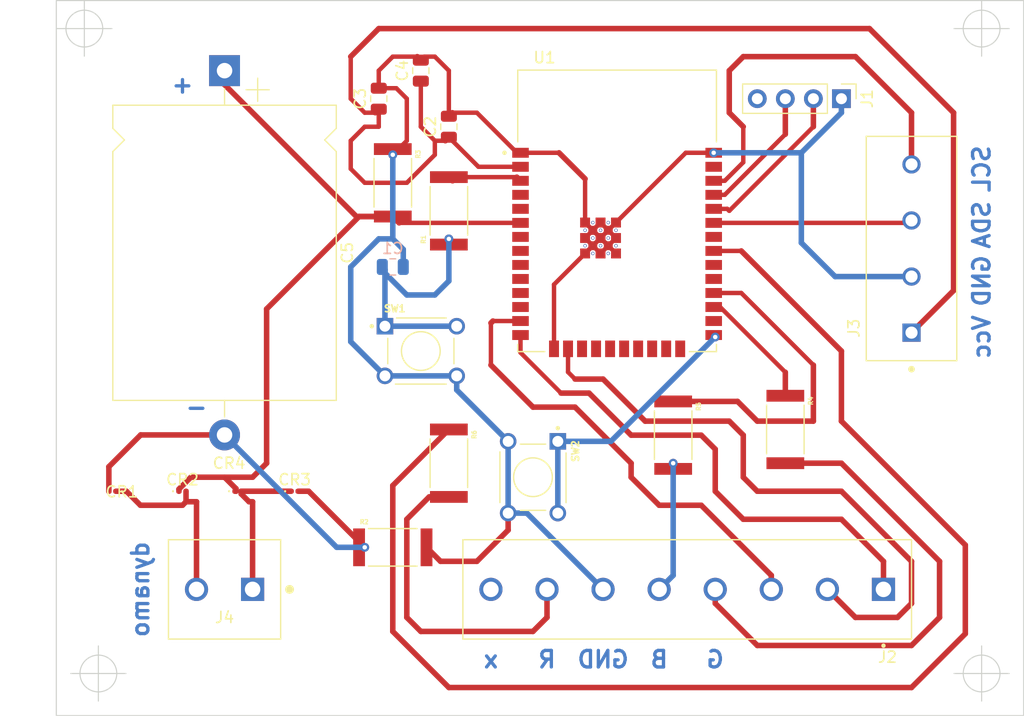
<source format=kicad_pcb>
(kicad_pcb (version 20211014) (generator pcbnew)
  (layers (0 "F.Cu" signal) (31 "B.Cu" signal) (34 "B.Paste" user) (35 "F.Paste" user) (36 "B.SilkS" user "B.Silkscreen") (37 "F.SilkS" user "F.Silkscreen") (38 "B.Mask" user) (39 "F.Mask" user) (44 "Edge.Cuts" user))
  (net 0 "")
  (net 1 "GND")
  (net 2 "Net-(C1-Pad2)")
  (net 3 "Voeding")
  (net 4 "Net-(C5-Pad1)")
  (net 5 "Net-(C5-Pad2)")
  (net 6 "Net-(J4-Pad2)")
  (net 7 "Net-(J4-Pad1)")
  (net 8 "Net-(J1-Pad2)")
  (net 9 "Net-(J1-Pad3)")
  (net 10 "+3V3")
  (net 11 "Net-(U1-Pad14)")
  (net 12 "Net-(U1-Pad16)")
  (net 13 "Net-(U1-Pad13)")
  (net 14 "Net-(J2-Pad4)")
  (net 15 "Net-(J2-Pad5)")
  (net 16 "Net-(J2-Pad7)")
  (net 18 "Net-(U1-Pad33)")
  (net 19 "Net-(U1-Pad36)")
  (net 20 "Net-(R1-Pad2)")
  (net 21 "Net-(U1-Pad27)")
  (net 22 "Net-(U1-Pad28)")
  (net 23 "Net-(U1-Pad31)")
  (net 24 "Net-(SW2-Pad1)")
  (footprint "Diode_SMD:D_0201_0603Metric" (layer "F.Cu") (at 127 68.58 180)
    (fp_text reference "CR1" (at -0.86 -0.05) (layer "F.SilkS"))
    (fp_text value "1N4148W-TP")
    (fp_circle (center -0.86 0) (end -0.81 0) (layer "F.SilkS") (width 0.1) (fill none))
    (pad "1" smd roundrect (at -0.32 0 180) (size 0.46 0.4) (layers "F.Cu" "F.Mask") (net 6 "Net-(J4-Pad2)"))
    (pad "2" smd roundrect (at 0.32 0 180) (size 0.46 0.4) (layers "F.Cu" "F.Mask") (net 5 "Net-(C5-Pad2)"))
  )
  (footprint "282837-4:TE_282837-4" (layer "F.Cu") (at 199.39 54.2125 90)
    (fp_text reference "J3" (at 0.4057 -5.22403 90) (layer "F.SilkS") (effects (font (size 1.001732 1.001732))))
    (fp_text value "282837-4")
    (fp_line (start 17.78 4.1) (end -2.54 4.1) (layer "F.SilkS") (width 0.127))
    (fp_line (start -2.54 4.1) (end -2.54 -4.1) (layer "F.SilkS") (width 0.127))
    (fp_line (start 17.78 -4.1) (end 17.78 4.1) (layer "F.SilkS") (width 0.127))
    (fp_line (start -2.54 -4.1) (end 17.78 -4.1) (layer "F.SilkS") (width 0.127))
    (fp_circle (center -3.31 0) (end -3.16 0) (layer "F.SilkS") (width 0.3) (fill none))
    (pad "1" thru_hole rect locked (at 0 0 90) (size 1.65 1.65) (drill 1.1) (layers *.Cu *.Mask) (net 3 "Voeding"))
    (pad "2" thru_hole circle locked (at 5.08 0 90) (size 1.65 1.65) (drill 1.1) (layers *.Cu *.Mask) (net 1 "GND"))
    (pad "3" thru_hole circle locked (at 10.16 0 90) (size 1.65 1.65) (drill 1.1) (layers *.Cu *.Mask) (net 18 "Net-(U1-Pad33)"))
    (pad "4" thru_hole circle locked (at 15.24 0 90) (size 1.65 1.65) (drill 1.1) (layers *.Cu *.Mask) (net 19 "Net-(U1-Pad36)"))
  )
  (footprint "libraries:RESC6332X65N" (layer "F.Cu") (at 157.48 43.18 90)
    (fp_text reference "R1" (at -2.59 -2.3 90) (layer "F.SilkS") (effects (font (size 0.393701 0.393701))))
    (fp_text value "10k")
    (fp_line (start -2.2 -1.7) (end 2.2 -1.7) (layer "F.SilkS") (width 0.127))
    (fp_line (start -2.2 1.7) (end 2.2 1.7) (layer "F.SilkS") (width 0.127))
    (pad "1" smd rect locked (at -3.055 0 90) (size 1.07 3.42) (layers "F.Cu" "F.Paste" "F.Mask") (net 2 "Net-(C1-Pad2)"))
    (pad "2" smd rect locked (at 3.055 0 90) (size 1.07 3.42) (layers "F.Cu" "F.Paste" "F.Mask") (net 20 "Net-(R1-Pad2)"))
  )
  (footprint "libraries:RESC6332X65N" (layer "F.Cu") (at 157.48 66.04 -90)
    (fp_text reference "R6" (at -2.59 -2.3 90) (layer "F.SilkS") (effects (font (size 0.393701 0.393701))))
    (fp_text value "82")
    (fp_line (start -2.2 -1.7) (end 2.2 -1.7) (layer "F.SilkS") (width 0.127))
    (fp_line (start -2.2 1.7) (end 2.2 1.7) (layer "F.SilkS") (width 0.127))
    (pad "1" smd rect locked (at -3.055 0 270) (size 1.07 3.42) (layers "F.Cu" "F.Paste" "F.Mask") (net 23 "Net-(U1-Pad31)"))
    (pad "2" smd rect locked (at 3.055 0 270) (size 1.07 3.42) (layers "F.Cu" "F.Paste" "F.Mask") (net 16 "Net-(J2-Pad7)"))
  )
  (footprint "Capacitor_SMD:C_0805_2012Metric" (layer "F.Cu") (at 157.48 35.56 90)
    (fp_text reference "C2" (at 0 -1.68 90) (layer "F.SilkS"))
    (fp_text value "220u")
    (fp_line (start -0.261252 0.735) (end 0.261252 0.735) (layer "F.SilkS") (width 0.12))
    (fp_line (start -0.261252 -0.735) (end 0.261252 -0.735) (layer "F.SilkS") (width 0.12))
    (pad "1" smd roundrect (at -0.95 0 90) (size 1 1.45) (layers "F.Cu" "F.Paste" "F.Mask") (net 3 "Voeding"))
    (pad "2" smd roundrect (at 0.95 0 90) (size 1 1.45) (layers "F.Cu" "F.Paste" "F.Mask") (net 1 "GND"))
  )
  (footprint "Capacitor_THT:CP_Axial_L26.5mm_D20.0mm_P33.00mm_Horizontal" (layer "F.Cu") (at 137.16 30.48 -90)
    (fp_text reference "C5" (at 16.5 -11.12 90) (layer "F.SilkS"))
    (fp_text value "1000µ")
    (fp_line (start 5.23 -10.12) (end 6.28 -9.07) (layer "F.SilkS") (width 0.12))
    (fp_line (start 1.64 0) (end 3.13 0) (layer "F.SilkS") (width 0.12))
    (fp_line (start 1.73 -4.05) (end 1.73 -1.95) (layer "F.SilkS") (width 0.12))
    (fp_line (start 31.36 0) (end 29.87 0) (layer "F.SilkS") (width 0.12))
    (fp_line (start 0.68 -3) (end 2.78 -3) (layer "F.SilkS") (width 0.12))
    (fp_line (start 3.13 10.12) (end 5.23 10.12) (layer "F.SilkS") (width 0.12))
    (fp_line (start 29.87 -10.12) (end 29.87 10.12) (layer "F.SilkS") (width 0.12))
    (fp_line (start 3.13 -10.12) (end 5.23 -10.12) (layer "F.SilkS") (width 0.12))
    (fp_line (start 7.33 10.12) (end 29.87 10.12) (layer "F.SilkS") (width 0.12))
    (fp_line (start 7.33 -10.12) (end 29.87 -10.12) (layer "F.SilkS") (width 0.12))
    (fp_line (start 6.28 -9.07) (end 7.33 -10.12) (layer "F.SilkS") (width 0.12))
    (fp_line (start 3.13 -10.12) (end 3.13 10.12) (layer "F.SilkS") (width 0.12))
    (fp_line (start 6.28 9.07) (end 7.33 10.12) (layer "F.SilkS") (width 0.12))
    (fp_line (start 5.23 10.12) (end 6.28 9.07) (layer "F.SilkS") (width 0.12))
    (pad "1" thru_hole rect (at 0 0 270) (size 2.8 2.8) (drill 1.4) (layers *.Cu *.Mask) (net 4 "Net-(C5-Pad1)"))
    (pad "2" thru_hole oval (at 33 0 270) (size 2.8 2.8) (drill 1.4) (layers *.Cu *.Mask) (net 5 "Net-(C5-Pad2)"))
  )
  (footprint "libraries:TE_282841-2" (layer "F.Cu") (at 137.16 77.47 180)
    (fp_text reference "J4" (at 0 -2.54) (layer "F.SilkS") (effects (font (size 1.000984 1.000984))))
    (fp_text value "282841-2")
    (fp_line (start -5.08 -4.5) (end -5.08 4.5) (layer "F.SilkS") (width 0.127))
    (fp_line (start 5.08 -4.5) (end -5.08 -4.5) (layer "F.SilkS") (width 0.127))
    (fp_line (start 5.08 4.5) (end 5.08 -4.5) (layer "F.SilkS") (width 0.127))
    (fp_line (start -5.08 4.5) (end 5.08 4.5) (layer "F.SilkS") (width 0.127))
    (fp_circle (center -5.89 0) (end -5.69 0) (layer "F.SilkS") (width 0.4) (fill none))
    (pad "1" thru_hole rect locked (at -2.54 0 180) (size 2.1 2.1) (drill 1.4) (layers *.Cu *.Mask) (net 7 "Net-(J4-Pad1)"))
    (pad "2" thru_hole circle locked (at 2.54 0 180) (size 2.1 2.1) (drill 1.4) (layers *.Cu *.Mask) (net 6 "Net-(J4-Pad2)"))
  )
  (footprint "Diode_SMD:D_0201_0603Metric" (layer "F.Cu") (at 138.43 68.58)
    (fp_text reference "CR4" (at -0.86 -2.54) (layer "F.SilkS"))
    (fp_text value "1N4148W-TP")
    (fp_circle (center -0.86 0) (end -0.81 0) (layer "F.SilkS") (width 0.1) (fill none))
    (pad "1" smd roundrect (at -0.32 0) (size 0.46 0.4) (layers "F.Cu" "F.Mask") (net 4 "Net-(C5-Pad1)"))
    (pad "2" smd roundrect (at 0.32 0) (size 0.46 0.4) (layers "F.Cu" "F.Mask") (net 7 "Net-(J4-Pad1)"))
  )
  (footprint "Capacitor_SMD:C_0805_2012Metric" (layer "F.Cu") (at 151.13 33.02 90)
    (fp_text reference "C3" (at 0 -1.68 90) (layer "F.SilkS"))
    (fp_text value "22u")
    (fp_line (start -0.261252 0.735) (end 0.261252 0.735) (layer "F.SilkS") (width 0.12))
    (fp_line (start -0.261252 -0.735) (end 0.261252 -0.735) (layer "F.SilkS") (width 0.12))
    (pad "1" smd roundrect (at -0.95 0 90) (size 1 1.45) (layers "F.Cu" "F.Paste" "F.Mask") (net 3 "Voeding"))
    (pad "2" smd roundrect (at 0.95 0 90) (size 1 1.45) (layers "F.Cu" "F.Paste" "F.Mask") (net 1 "GND"))
  )
  (footprint "Capacitor_SMD:C_0805_2012Metric" (layer "F.Cu") (at 154.94 30.48 90)
    (fp_text reference "C4" (at 0 -1.68 90) (layer "F.SilkS"))
    (fp_text value "0.1u")
    (fp_line (start -0.261252 -0.735) (end 0.261252 -0.735) (layer "F.SilkS") (width 0.12))
    (fp_line (start -0.261252 0.735) (end 0.261252 0.735) (layer "F.SilkS") (width 0.12))
    (pad "1" smd roundrect (at -0.95 0 90) (size 1 1.45) (layers "F.Cu" "F.Paste" "F.Mask") (net 3 "Voeding"))
    (pad "2" smd roundrect (at 0.95 0 90) (size 1 1.45) (layers "F.Cu" "F.Paste" "F.Mask") (net 1 "GND"))
  )
  (footprint "libraries:RESC6332X65N" (layer "F.Cu") (at 177.8 63.5 -90)
    (fp_text reference "R5" (at -2.59 -2.3 90) (layer "F.SilkS") (effects (font (size 0.393701 0.393701))))
    (fp_text value "82")
    (fp_line (start -2.2 -1.7) (end 2.2 -1.7) (layer "F.SilkS") (width 0.127))
    (fp_line (start -2.2 1.7) (end 2.2 1.7) (layer "F.SilkS") (width 0.127))
    (pad "1" smd rect locked (at -3.055 0 270) (size 1.07 3.42) (layers "F.Cu" "F.Paste" "F.Mask") (net 22 "Net-(U1-Pad28)"))
    (pad "2" smd rect locked (at 3.055 0 270) (size 1.07 3.42) (layers "F.Cu" "F.Paste" "F.Mask") (net 15 "Net-(J2-Pad5)"))
  )
  (footprint "libraries:RESC6332X65N" (layer "F.Cu") (at 152.4 40.64 -90)
    (fp_text reference "R3" (at -2.59 -2.3 90) (layer "F.SilkS") (effects (font (size 0.393701 0.393701))))
    (fp_text value "120")
    (fp_line (start -2.2 1.7) (end 2.2 1.7) (layer "F.SilkS") (width 0.127))
    (fp_line (start -2.2 -1.7) (end 2.2 -1.7) (layer "F.SilkS") (width 0.127))
    (pad "1" smd rect locked (at -3.055 0 270) (size 1.07 3.42) (layers "F.Cu" "F.Paste" "F.Mask") (net 1 "GND"))
    (pad "2" smd rect locked (at 3.055 0 270) (size 1.07 3.42) (layers "F.Cu" "F.Paste" "F.Mask") (net 4 "Net-(C5-Pad1)"))
  )
  (footprint "libraries:SW_1825910-6-4" (layer "F.Cu") (at 165.1 67.31 -90)
    (fp_text reference "SW2" (at -2.3627 -3.844398 90) (layer "F.SilkS") (effects (font (size 0.630643 0.630643))))
    (fp_text value "BOOT")
    (fp_line (start -2.995 -1.15) (end -2.995 1.15) (layer "F.SilkS") (width 0.127))
    (fp_line (start 3 -1.15) (end 3 1.15) (layer "F.SilkS") (width 0.127))
    (fp_line (start -2.2 -2.995) (end 2.3 -2.995) (layer "F.SilkS") (width 0.127))
    (fp_line (start 2.3 2.995) (end -2.3 2.995) (layer "F.SilkS") (width 0.127))
    (fp_circle (center -4.445 -2.25) (end -4.345 -2.25) (layer "F.SilkS") (width 0.2) (fill none))
    (fp_circle (center 0 0) (end 1.755 0) (layer "F.SilkS") (width 0.127) (fill none))
    (pad "1" thru_hole rect locked (at -3.25 -2.25 270) (size 1.498 1.498) (drill 0.99) (layers *.Cu *.Mask) (net 24 "Net-(SW2-Pad1)"))
    (pad "2" thru_hole circle locked (at 3.25 -2.25 270) (size 1.498 1.498) (drill 0.99) (layers *.Cu *.Mask) (net 24 "Net-(SW2-Pad1)"))
    (pad "3" thru_hole circle locked (at -3.25 2.25 270) (size 1.498 1.498) (drill 0.99) (layers *.Cu *.Mask) (net 1 "GND"))
    (pad "4" thru_hole circle locked (at 3.25 2.25 270) (size 1.498 1.498) (drill 0.99) (layers *.Cu *.Mask) (net 1 "GND"))
  )
  (footprint "Diode_SMD:D_0201_0603Metric" (layer "F.Cu") (at 143.51 68.58)
    (fp_text reference "CR3" (at 0 -1.05) (layer "F.SilkS"))
    (fp_text value "1N4148W-TP")
    (fp_circle (center -0.86 0) (end -0.81 0) (layer "F.SilkS") (width 0.1) (fill none))
    (pad "1" smd roundrect (at -0.32 0) (size 0.46 0.4) (layers "F.Cu" "F.Mask") (net 7 "Net-(J4-Pad1)"))
    (pad "2" smd roundrect (at 0.32 0) (size 0.46 0.4) (layers "F.Cu" "F.Mask") (net 5 "Net-(C5-Pad2)"))
  )
  (footprint "libraries:XCVR_ESP32-WROOM-32E_(16MB)" (layer "F.Cu") (at 172.72 43.18)
    (fp_text reference "U1" (at -6.575 -13.885) (layer "F.SilkS"))
    (fp_text value "ESP32-WROOM-32E_(16MB)")
    (fp_line (start 6.55 12.75) (end 9 12.75) (layer "F.SilkS") (width 0.127))
    (fp_line (start -9 12.1) (end -9 12.75) (layer "F.SilkS") (width 0.127))
    (fp_line (start 9 12.75) (end 9 12.1) (layer "F.SilkS") (width 0.127))
    (fp_line (start -9 -12.75) (end 9 -12.75) (layer "F.SilkS") (width 0.127))
    (fp_line (start -9 -6.25) (end -9 -12.75) (layer "F.SilkS") (width 0.127))
    (fp_line (start -9 12.75) (end -6.55 12.75) (layer "F.SilkS") (width 0.127))
    (fp_line (start 9 -12.75) (end 9 -6.25) (layer "F.SilkS") (width 0.127))
    (fp_circle (center -10.2 -5.26) (end -10.1 -5.26) (layer "F.SilkS") (width 0.2) (fill none))
    (pad "1" smd rect locked (at -8.75 -5.26) (size 1.5 0.9) (layers "F.Cu" "F.Paste" "F.Mask") (net 1 "GND"))
    (pad "2" smd rect locked (at -8.75 -3.99) (size 1.5 0.9) (layers "F.Cu" "F.Paste" "F.Mask") (net 3 "Voeding"))
    (pad "3" smd rect locked (at -8.75 -2.72) (size 1.5 0.9) (layers "F.Cu" "F.Paste" "F.Mask") (net 20 "Net-(R1-Pad2)"))
    (pad "4" smd rect locked (at -8.75 -1.45) (size 1.5 0.9) (layers "F.Cu" "F.Paste" "F.Mask"))
    (pad "5" smd rect locked (at -8.75 -0.18) (size 1.5 0.9) (layers "F.Cu" "F.Paste" "F.Mask"))
    (pad "6" smd rect locked (at -8.75 1.09) (size 1.5 0.9) (layers "F.Cu" "F.Paste" "F.Mask") (net 4 "Net-(C5-Pad1)"))
    (pad "7" smd rect locked (at -8.75 2.36) (size 1.5 0.9) (layers "F.Cu" "F.Paste" "F.Mask"))
    (pad "8" smd rect locked (at -8.75 3.63) (size 1.5 0.9) (layers "F.Cu" "F.Paste" "F.Mask"))
    (pad "9" smd rect locked (at -8.75 4.9) (size 1.5 0.9) (layers "F.Cu" "F.Paste" "F.Mask"))
    (pad "10" smd rect locked (at -8.75 6.17) (size 1.5 0.9) (layers "F.Cu" "F.Paste" "F.Mask"))
    (pad "11" smd rect locked (at -8.75 7.44) (size 1.5 0.9) (layers "F.Cu" "F.Paste" "F.Mask"))
    (pad "12" smd rect locked (at -8.75 8.71) (size 1.5 0.9) (layers "F.Cu" "F.Paste" "F.Mask"))
    (pad "13" smd rect locked (at -8.75 9.98) (size 1.5 0.9) (layers "F.Cu" "F.Paste" "F.Mask") (net 13 "Net-(U1-Pad13)"))
    (pad "14" smd rect locked (at -8.75 11.25) (size 1.5 0.9) (layers "F.Cu" "F.Paste" "F.Mask") (net 11 "Net-(U1-Pad14)"))
    (pad "15" smd rect locked (at -5.715 12.5) (size 0.9 1.5) (layers "F.Cu" "F.Paste" "F.Mask") (net 1 "GND"))
    (pad "16" smd rect locked (at -4.445 12.5) (size 0.9 1.5) (layers "F.Cu" "F.Paste" "F.Mask") (net 12 "Net-(U1-Pad16)"))
    (pad "17" smd rect locked (at -3.175 12.5) (size 0.9 1.5) (layers "F.Cu" "F.Paste" "F.Mask"))
    (pad "18" smd rect locked (at -1.905 12.5) (size 0.9 1.5) (layers "F.Cu" "F.Paste" "F.Mask"))
    (pad "19" smd rect locked (at -0.635 12.5) (size 0.9 1.5) (layers "F.Cu" "F.Paste" "F.Mask"))
    (pad "20" smd rect locked (at 0.635 12.5) (size 0.9 1.5) (layers "F.Cu" "F.Paste" "F.Mask"))
    (pad "21" smd rect locked (at 1.905 12.5) (size 0.9 1.5) (layers "F.Cu" "F.Paste" "F.Mask"))
    (pad "22" smd rect locked (at 3.175 12.5) (size 0.9 1.5) (layers "F.Cu" "F.Paste" "F.Mask"))
    (pad "23" smd rect locked (at 4.445 12.5) (size 0.9 1.5) (layers "F.Cu" "F.Paste" "F.Mask"))
    (pad "24" smd rect locked (at 5.715 12.5) (size 0.9 1.5) (layers "F.Cu" "F.Paste" "F.Mask"))
    (pad "25" smd rect locked (at 8.75 11.25) (size 1.5 0.9) (layers "F.Cu" "F.Paste" "F.Mask") (net 24 "Net-(SW2-Pad1)"))
    (pad "26" smd rect locked (at 8.75 9.98) (size 1.5 0.9) (layers "F.Cu" "F.Paste" "F.Mask"))
    (pad "27" smd rect locked (at 8.75 8.71) (size 1.5 0.9) (layers "F.Cu" "F.Paste" "F.Mask") (net 21 "Net-(U1-Pad27)"))
    (pad "28" smd rect locked (at 8.75 7.44) (size 1.5 0.9) (layers "F.Cu" "F.Paste" "F.Mask") (net 22 "Net-(U1-Pad28)"))
    (pad "29" smd rect locked (at 8.75 6.17) (size 1.5 0.9) (layers "F.Cu" "F.Paste" "F.Mask"))
    (pad "30" smd rect locked (at 8.75 4.9) (size 1.5 0.9) (layers "F.Cu" "F.Paste" "F.Mask"))
    (pad "31" smd rect locked (at 8.75 3.63) (size 1.5 0.9) (layers "F.Cu" "F.Paste" "F.Mask") (net 23 "Net-(U1-Pad31)"))
    (pad "32" smd rect locked (at 8.75 2.36) (size 1.5 0.9) (layers "F.Cu" "F.Paste" "F.Mask"))
    (pad "33" smd rect locked (at 8.75 1.09) (size 1.5 0.9) (layers "F.Cu" "F.Paste" "F.Mask") (net 18 "Net-(U1-Pad33)"))
    (pad "34" smd rect locked (at 8.75 -0.18) (size 1.5 0.9) (layers "F.Cu" "F.Paste" "F.Mask") (net 8 "Net-(J1-Pad2)"))
    (pad "35" smd rect locked (at 8.75 -1.45) (size 1.5 0.9) (layers "F.Cu" "F.Paste" "F.Mask") (net 9 "Net-(J1-Pad3)"))
    (pad "36" smd rect locked (at 8.75 -2.72) (size 1.5 0.9) (layers "F.Cu" "F.Paste" "F.Mask") (net 19 "Net-(U1-Pad36)"))
    (pad "37" smd rect locked (at 8.75 -3.99) (size 1.5 0.9) (layers "F.Cu" "F.Paste" "F.Mask"))
    (pad "38" smd rect locked (at 8.75 -5.26) (size 1.5 0.9) (layers "F.Cu" "F.Paste" "F.Mask") (net 1 "GND"))
    (pad "39_1" smd rect locked (at -2.9 1.06) (size 0.9 0.9) (layers "F.Cu" "F.Paste" "F.Mask") (net 1 "GND"))
    (pad "39_2" smd rect locked (at -1.5 1.06) (size 0.9 0.9) (layers "F.Cu" "F.Paste" "F.Mask") (net 1 "GND"))
    (pad "39_3" smd rect locked (at -0.1 1.06) (size 0.9 0.9) (layers "F.Cu" "F.Paste" "F.Mask") (net 1 "GND"))
    (pad "39_4" smd rect locked (at -2.9 2.46) (size 0.9 0.9) (layers "F.Cu" "F.Paste" "F.Mask") (net 1 "GND"))
    (pad "39_5" smd rect locked (at -1.5 2.46) (size 0.9 0.9) (layers "F.Cu" "F.Paste" "F.Mask") (net 1 "GND"))
    (pad "39_6" smd rect locked (at -0.1 2.46) (size 0.9 0.9) (layers "F.Cu" "F.Paste" "F.Mask") (net 1 "GND"))
    (pad "39_7" smd rect locked (at -2.9 3.86) (size 0.9 0.9) (layers "F.Cu" "F.Paste" "F.Mask") (net 1 "GND"))
    (pad "39_8" smd rect locked (at -1.5 3.86) (size 0.9 0.9) (layers "F.Cu" "F.Paste" "F.Mask") (net 1 "GND"))
    (pad "39_9" smd rect locked (at -0.1 3.86) (size 0.9 0.9) (layers "F.Cu" "F.Paste" "F.Mask") (net 1 "GND"))
    (pad "39_10" thru_hole circle locked (at -2.2 1.06) (size 0.3 0.3) (drill 0.2) (layers *.Cu))
    (pad "39_11" thru_hole circle locked (at -0.8 1.06) (size 0.3 0.3) (drill 0.2) (layers *.Cu))
    (pad "39_12" thru_hole circle locked (at -2.9 1.76) (size 0.3 0.3) (drill 0.2) (layers *.Cu))
    (pad "39_13" thru_hole circle locked (at -1.5 1.76) (size 0.3 0.3) (drill 0.2) (layers *.Cu))
    (pad "39_14" thru_hole circle locked (at -0.1 1.76) (size 0.3 0.3) (drill 0.2) (layers *.Cu))
    (pad "39_15" thru_hole circle locked (at -2.2 2.46) (size 0.3 0.3) (drill 0.2) (layers *.Cu))
    (pad "39_16" thru_hole circle locked (at -0.8 2.46) (size 0.3 0.3) (drill 0.2) (layers *.Cu))
    (pad "39_17" thru_hole circle locked (at -2.9 3.16) (size 0.3 0.3) (drill 0.2) (layers *.Cu))
    (pad "39_18" thru_hole circle locked (at -1.5 3.16) (size 0.3 0.3) (drill 0.2) (layers *.Cu))
    (pad "39_19" thru_hole circle locked (at -0.1 3.16) (size 0.3 0.3) (drill 0.2) (layers *.Cu))
    (pad "39_20" thru_hole circle locked (at -2.2 3.86) (size 0.3 0.3) (drill 0.2) (layers *.Cu))
    (pad "39_21" thru_hole circle locked (at -0.8 3.86) (size 0.3 0.3) (drill 0.2) (layers *.Cu))
  )
  (footprint "libraries:RESC6332X65N" (layer "F.Cu") (at 187.96 62.985 -90)
    (fp_text reference "R4" (at -2.59 -2.3 90) (layer "F.SilkS") (effects (font (size 0.393701 0.393701))))
    (fp_text value "82")
    (fp_line (start -2.2 1.7) (end 2.2 1.7) (layer "F.SilkS") (width 0.127))
    (fp_line (start -2.2 -1.7) (end 2.2 -1.7) (layer "F.SilkS") (width 0.127))
    (pad "1" smd rect locked (at -3.055 0 270) (size 1.07 3.42) (layers "F.Cu" "F.Paste" "F.Mask") (net 21 "Net-(U1-Pad27)"))
    (pad "2" smd rect locked (at 3.055 0 270) (size 1.07 3.42) (layers "F.Cu" "F.Paste" "F.Mask") (net 14 "Net-(J2-Pad4)"))
  )
  (footprint "libraries:RESC6332X65N" (layer "F.Cu") (at 152.4 73.66)
    (fp_text reference "R2" (at -2.59 -2.3) (layer "F.SilkS") (effects (font (size 0.393701 0.393701))))
    (fp_text value "560")
    (fp_line (start -2.2 -1.7) (end 2.2 -1.7) (layer "F.SilkS") (width 0.127))
    (fp_line (start -2.2 1.7) (end 2.2 1.7) (layer "F.SilkS") (width 0.127))
    (pad "1" smd rect locked (at -3.055 0) (size 1.07 3.42) (layers "F.Cu" "F.Paste" "F.Mask") (net 5 "Net-(C5-Pad2)"))
    (pad "2" smd rect locked (at 3.055 0) (size 1.07 3.42) (layers "F.Cu" "F.Paste" "F.Mask") (net 1 "GND"))
  )
  (footprint "Diode_SMD:D_0201_0603Metric" (layer "F.Cu") (at 133.35 68.58)
    (fp_text reference "CR2" (at 0 -1.05) (layer "F.SilkS"))
    (fp_text value "1N4148W-TP")
    (fp_circle (center -0.86 0) (end -0.81 0) (layer "F.SilkS") (width 0.1) (fill none))
    (pad "1" smd roundrect locked (at -0.32 0) (size 0.46 0.4) (layers "F.Cu" "F.Mask") (net 4 "Net-(C5-Pad1)"))
    (pad "2" smd roundrect locked (at 0.32 0) (size 0.46 0.4) (layers "F.Cu" "F.Mask") (net 6 "Net-(J4-Pad2)"))
  )
  (footprint "libraries:TE_282841-8" (layer "F.Cu") (at 179.07 77.47 180)
    (fp_text reference "J2" (at -18.145 -6.135) (layer "F.SilkS"))
    (fp_text value "R pinnen RGB strips")
    (fp_line (start 20.32 4.5) (end -20.32 4.5) (layer "F.SilkS") (width 0.127))
    (fp_line (start -20.32 4.5) (end -20.32 -4.5) (layer "F.SilkS") (width 0.127))
    (fp_line (start -20.32 -4.5) (end 20.32 -4.5) (layer "F.SilkS") (width 0.127))
    (fp_line (start 20.32 -4.5) (end 20.32 4.5) (layer "F.SilkS") (width 0.127))
    (fp_circle (center -17.78 -5.1) (end -17.68 -5.1) (layer "F.SilkS") (width 0.2) (fill none))
    (pad "1" thru_hole rect locked (at -17.78 0 180) (size 2.1 2.1) (drill 1.4) (layers *.Cu *.Mask) (net 11 "Net-(U1-Pad14)"))
    (pad "2" thru_hole circle locked (at -12.7 0 180) (size 2.1 2.1) (drill 1.4) (layers *.Cu *.Mask) (net 12 "Net-(U1-Pad16)"))
    (pad "3" thru_hole circle locked (at -7.62 0 180) (size 2.1 2.1) (drill 1.4) (layers *.Cu *.Mask) (net 13 "Net-(U1-Pad13)"))
    (pad "4" thru_hole circle locked (at -2.54 0 180) (size 2.1 2.1) (drill 1.4) (layers *.Cu *.Mask) (net 14 "Net-(J2-Pad4)"))
    (pad "5" thru_hole circle locked (at 2.54 0 180) (size 2.1 2.1) (drill 1.4) (layers *.Cu *.Mask) (net 15 "Net-(J2-Pad5)"))
    (pad "6" thru_hole circle locked (at 7.62 0 180) (size 2.1 2.1) (drill 1.4) (layers *.Cu *.Mask) (net 1 "GND"))
    (pad "7" thru_hole circle locked (at 12.7 0 180) (size 2.1 2.1) (drill 1.4) (layers *.Cu *.Mask) (net 16 "Net-(J2-Pad7)"))
    (pad "8" thru_hole circle locked (at 17.78 0 180) (size 2.1 2.1) (drill 1.4) (layers *.Cu *.Mask))
  )
  (footprint "Connector_PinHeader_2.54mm:PinHeader_1x04_P2.54mm_Vertical" (layer "F.Cu") (at 193.04 33.02 -90)
    (fp_text reference "J1" (at 0 -2.33 90) (layer "F.SilkS"))
    (fp_text value "Conn_01x04_Female")
    (fp_line (start -1.33 1.27) (end 1.33 1.27) (layer "F.SilkS") (width 0.12))
    (fp_line (start -1.33 0) (end -1.33 -1.33) (layer "F.SilkS") (width 0.12))
    (fp_line (start 1.33 1.27) (end 1.33 8.95) (layer "F.SilkS") (width 0.12))
    (fp_line (start -1.33 1.27) (end -1.33 8.95) (layer "F.SilkS") (width 0.12))
    (fp_line (start -1.33 -1.33) (end 0 -1.33) (layer "F.SilkS") (width 0.12))
    (fp_line (start -1.33 8.95) (end 1.33 8.95) (layer "F.SilkS") (width 0.12))
    (pad "1" thru_hole rect (at 0 0 270) (size 1.7 1.7) (drill 1) (layers *.Cu *.Mask) (net 1 "GND"))
    (pad "2" thru_hole oval (at 0 2.54 270) (size 1.7 1.7) (drill 1) (layers *.Cu *.Mask) (net 8 "Net-(J1-Pad2)"))
    (pad "3" thru_hole oval (at 0 5.08 270) (size 1.7 1.7) (drill 1) (layers *.Cu *.Mask) (net 9 "Net-(J1-Pad3)"))
    (pad "4" thru_hole oval (at 0 7.62 270) (size 1.7 1.7) (drill 1) (layers *.Cu *.Mask) (net 10 "+3V3"))
  )
  (footprint "libraries:SW_1825910-6-4" (layer "F.Cu") (at 154.94 55.88)
    (fp_text reference "SW1" (at -2.3627 -3.844398) (layer "F.SilkS") (effects (font (size 0.630643 0.630643))))
    (fp_text value "ENABLE")
    (fp_line (start 2.3 2.995) (end -2.3 2.995) (layer "F.SilkS") (width 0.127))
    (fp_line (start 3 -1.15) (end 3 1.15) (layer "F.SilkS") (width 0.127))
    (fp_line (start -2.2 -2.995) (end 2.3 -2.995) (layer "F.SilkS") (width 0.127))
    (fp_line (start -2.995 -1.15) (end -2.995 1.15) (layer "F.SilkS") (width 0.127))
    (fp_circle (center -4.445 -2.25) (end -4.345 -2.25) (layer "F.SilkS") (width 0.2) (fill none))
    (fp_circle (center 0 0) (end 1.755 0) (layer "F.SilkS") (width 0.127) (fill none))
    (pad "1" thru_hole rect locked (at -3.25 -2.25) (size 1.498 1.498) (drill 0.99) (layers *.Cu *.Mask) (net 2 "Net-(C1-Pad2)"))
    (pad "2" thru_hole circle locked (at 3.25 -2.25) (size 1.498 1.498) (drill 0.99) (layers *.Cu *.Mask) (net 2 "Net-(C1-Pad2)"))
    (pad "3" thru_hole circle locked (at -3.25 2.25) (size 1.498 1.498) (drill 0.99) (layers *.Cu *.Mask) (net 1 "GND"))
    (pad "4" thru_hole circle locked (at 3.25 2.25) (size 1.498 1.498) (drill 0.99) (layers *.Cu *.Mask) (net 1 "GND"))
  )
  (footprint "Capacitor_SMD:C_0805_2012Metric" (layer "B.Cu") (at 152.4 48.26 180)
    (fp_text reference "C1" (at 0 1.68) (layer "B.SilkS") (effects (justify mirror)))
    (fp_text value "1u")
    (fp_line (start -0.261252 -0.735) (end 0.261252 -0.735) (layer "B.SilkS") (width 0.12))
    (fp_line (start -0.261252 0.735) (end 0.261252 0.735) (layer "B.SilkS") (width 0.12))
    (pad "1" smd roundrect locked (at -0.95 0 180) (size 1 1.45) (layers "B.Cu" "B.Paste" "B.Mask") (net 1 "GND"))
    (pad "2" smd roundrect locked (at 0.95 0 180) (size 1 1.45) (layers "B.Cu" "B.Paste" "B.Mask") (net 2 "Net-(C1-Pad2)"))
  )
  (gr_rect (start 121.92 24.13) (end 209.55 88.9) (layer "Edge.Cuts") (width 0.1) (fill none))
  (gr_text "dynamo" (at 129.54 77.47 90) (layer "B.Cu") (effects (font (size 1.5 1.5) (thickness 0.3)) (justify mirror)))
  (gr_text "Vcc" (at 205.74 54.61 90) (layer "B.Cu") (effects (font (size 1.5 1.5) (thickness 0.3)) (justify mirror)))
  (gr_text "GND" (at 171.45 83.82) (layer "B.Cu") (effects (font (size 1.5 1.5) (thickness 0.3)) (justify mirror)))
  (gr_text "B" (at 176.53 83.82) (layer "B.Cu") (effects (font (size 1.5 1.5) (thickness 0.3)) (justify mirror)))
  (gr_text "-\n" (at 134.62 60.96) (layer "B.Cu") (effects (font (size 1.5 1.5) (thickness 0.3)) (justify mirror)))
  (gr_text "GND" (at 205.74 49.53 90) (layer "B.Cu") (effects (font (size 1.5 1.5) (thickness 0.3)) (justify mirror)))
  (gr_text "R" (at 166.37 83.82) (layer "B.Cu") (effects (font (size 1.5 1.5) (thickness 0.3)) (justify mirror)))
  (gr_text "SCL" (at 205.74 39.37 90) (layer "B.Cu") (effects (font (size 1.5 1.5) (thickness 0.3)) (justify mirror)))
  (gr_text "+" (at 133.35 31.75) (layer "B.Cu") (effects (font (size 1.5 1.5) (thickness 0.3)) (justify mirror)))
  (gr_text "G" (at 181.61 83.82) (layer "B.Cu") (effects (font (size 1.5 1.5) (thickness 0.3)) (justify mirror)))
  (gr_text "SDA" (at 205.74 44.45 90) (layer "B.Cu") (effects (font (size 1.5 1.5) (thickness 0.3)) (justify mirror)))
  (gr_text "x" (at 161.29 83.82) (layer "B.Cu") (effects (font (size 1.5 1.5) (thickness 0.3)) (justify mirror)))
  (target plus (at 205.74 85.09) (size 5) (width 0.1) (layer "Edge.Cuts"))
  (target plus (at 124.46 26.67) (size 5) (width 0.1) (layer "Edge.Cuts"))
  (target plus (at 205.74 26.67) (size 5) (width 0.1) (layer "Edge.Cuts"))
  (target plus (at 125.73 85.09) (size 5) (width 0.1) (layer "Edge.Cuts"))
  (segment (start 172.125479 46.545479) (end 172.125479 46.134521) (width 0.4) (layer "F.Cu") (net 1))
  (segment (start 160.02 34.29) (end 157.8 34.29) (width 0.4) (layer "F.Cu") (net 1))
  (segment (start 169.82 40.28) (end 167.46 37.92) (width 0.5) (layer "F.Cu") (net 1))
  (segment (start 169.82 47.04) (end 167.005 49.855) (width 0.4) (layer "F.Cu") (net 1))
  (segment (start 156.21 29.21) (end 155.26 29.21) (width 0.4) (layer "F.Cu") (net 1))
  (segment (start 170.725479 44.734521) (end 171.22 44.24) (width 0.4) (layer "F.Cu") (net 1))
  (segment (start 170.314521 46.134521) (end 170.314521 46.54612) (width 0.4) (layer "F.Cu") (net 1))
  (segment (start 171.22 47.04) (end 171.714521 46.545479) (width 0.4) (layer "F.Cu") (net 1))
  (segment (start 170.725479 45.145479) (end 170.314521 45.145479) (width 0.4) (layer "F.Cu") (net 1))
  (segment (start 169.82 44.24) (end 169.820641 44.24) (width 0.4) (layer "F.Cu") (net 1))
  (segment (start 170.725479 46.545479) (end 171.22 47.04) (width 0.4) (layer "F.Cu") (net 1))
  (segment (start 171.715162 46.134521) (end 172.125479 46.134521) (width 0.4) (layer "F.Cu") (net 1))
  (segment (start 172.125479 45.145479) (end 172.125479 44.734521) (width 0.4) (layer "F.Cu") (net 1))
  (segment (start 172.125479 44.734521) (end 172.62 44.24) (width 0.4) (layer "F.Cu") (net 1))
  (segment (start 171.714521 45.145479) (end 172.125479 45.145479) (width 0.4) (layer "F.Cu") (net 1))
  (segment (start 171.22 44.24) (end 171.714521 44.734521) (width 0.4) (layer "F.Cu") (net 1))
  (segment (start 167.46 37.92) (end 163.97 37.92) (width 0.4) (layer "F.Cu") (net 1))
  (segment (start 152.4 38.1) (end 153.67 36.83) (width 0.4) (layer "F.Cu") (net 1))
  (segment (start 170.314521 46.54612) (end 170.025479 46.835162) (width 0.4) (layer "F.Cu") (net 1))
  (segment (start 172.62 45.64) (end 172.125479 45.145479) (width 0.4) (layer "F.Cu") (net 1))
  (segment (start 171.22 45.64) (end 170.725479 45.145479) (width 0.4) (layer "F.Cu") (net 1))
  (segment (start 170.314521 45.145479) (end 169.82 45.64) (width 0.4) (layer "F.Cu") (net 1))
  (segment (start 169.82 44.24) (end 169.82 40.28) (width 0.4) (layer "F.Cu") (net 1))
  (segment (start 170.314521 45.145479) (end 170.314521 44.734521) (width 0.4) (layer "F.Cu") (net 1))
  (segment (start 170.314521 46.134521) (end 170.725479 46.134521) (width 0.4) (layer "F.Cu") (net 1))
  (segment (start 163.97 37.92) (end 163.65 37.92) (width 0.5) (layer "F.Cu") (net 1))
  (segment (start 178.94 37.92) (end 181.47 37.92) (width 0.4) (layer "F.Cu") (net 1))
  (segment (start 171.219359 45.64) (end 170.724838 45.145479) (width 0.4) (layer "F.Cu") (net 1))
  (segment (start 154.62 29.21) (end 154.94 29.53) (width 0.5) (layer "F.Cu") (net 1))
  (segment (start 170.724838 45.145479) (end 170.724838 44.735162) (width 0.4) (layer "F.Cu") (net 1))
  (segment (start 152.72 32.07) (end 151.13 32.07) (width 0.4) (layer "F.Cu") (net 1))
  (segment (start 171.714521 46.134521) (end 171.22 45.64) (width 0.4) (layer "F.Cu") (net 1))
  (segment (start 171.22 45.64) (end 171.714521 45.145479) (width 0.4) (layer "F.Cu") (net 1))
  (segment (start 170.725479 46.134521) (end 171.22 45.64) (width 0.4) (layer "F.Cu") (net 1))
  (segment (start 170.314521 44.734521) (end 170.725479 44.734521) (width 0.4) (layer "F.Cu") (net 1))
  (segment (start 153.67 33.02) (end 152.72 32.07) (width 0.4) (layer "F.Cu") (net 1))
  (segment (start 172.62 47.04) (end 172.125479 46.545479) (width 0.4) (layer "F.Cu") (net 1))
  (segment (start 169.82 44.24) (end 170.314521 44.734521) (width 0.4) (layer "F.Cu") (net 1))
  (segment (start 172.125479 46.545479) (end 171.714521 46.545479) (width 0.4) (layer "F.Cu") (net 1))
  (segment (start 162.85 72.1) (end 162.85 70.56) (width 0.5) (layer "F.Cu") (net 1))
  (segment (start 171.22 45.64) (end 171.219359 45.64) (width 0.4) (layer "F.Cu") (net 1))
  (segment (start 171.714521 44.734521) (end 172.125479 44.734521) (width 0.4) (layer "F.Cu") (net 1))
  (segment (start 172.83 44.45) (end 172.72 44.45) (width 0.4) (layer "F.Cu") (net 1))
  (segment (start 163.65 37.92) (end 160.02 34.29) (width 0.4) (layer "F.Cu") (net 1))
  (segment (start 167.005 49.855) (end 167.005 55.68) (width 0.4) (layer "F.Cu") (net 1))
  (segment (start 169.975479 47.04) (end 169.82 47.04) (width 0.4) (layer "F.Cu") (net 1))
  (segment (start 151.13 30.48) (end 152.4 29.21) (width 0.4) (layer "F.Cu") (net 1))
  (segment (start 152.4 29.21) (end 154.62 29.21) (width 0.4) (layer "F.Cu") (net 1))
  (segment (start 157.8 34.29) (end 157.48 34.61) (width 0.5) (layer "F.Cu") (net 1))
  (segment (start 157.48 34.61) (end 157.48 30.48) (width 0.4) (layer "F.Cu") (net 1))
  (segment (start 170.314521 46.545479) (end 170.725479 46.545479) (width 0.4) (layer "F.Cu") (net 1))
  (segment (start 172.125479 46.134521) (end 172.62 45.64) (width 0.4) (layer "F.Cu") (net 1))
  (segment (start 155.455 73.66) (end 156.725 74.93) (width 0.5) (layer "F.Cu") (net 1))
  (segment (start 170.724838 44.735162) (end 171.22 44.24) (width 0.4) (layer "F.Cu") (net 1))
  (segment (start 169.820641 44.24) (end 170.105321 44.52468) (width 0.4) (layer "F.Cu") (net 1))
  (segment (start 171.220641 45.64) (end 171.715162 46.134521) (width 0.4) (layer "F.Cu") (net 1))
  (segment (start 170.725479 46.135162) (end 170.725479 46.545479) (width 0.4) (layer "F.Cu") (net 1))
  (segment (start 172.62 44.24) (end 178.94 37.92) (width 0.4) (layer "F.Cu") (net 1))
  (segment (start 157.48 30.48) (end 156.21 29.21) (width 0.4) (layer "F.Cu") (net 1))
  (segment (start 171.220641 45.64) (end 170.725479 46.135162) (width 0.4) (layer "F.Cu") (net 1))
  (segment (start 170.724838 45.145479) (end 170.314521 45.145479) (width 0.4) (layer "F.Cu") (net 1))
  (segment (start 153.67 36.83) (end 153.67 33.02) (width 0.4) (layer "F.Cu") (net 1))
  (segment (start 160.02 74.93) (end 162.85 72.1) (width 0.5) (layer "F.Cu") (net 1))
  (segment (start 151.13 32.07) (end 151.13 30.48) (width 0.4) (layer "F.Cu") (net 1))
  (segment (start 156.725 74.93) (end 160.02 74.93) (width 0.5) (layer "F.Cu") (net 1))
  (segment (start 170.025479 46.835162) (end 170.025479 46.99) (width 0.4) (layer "F.Cu") (net 1))
  (segment (start 171.714521 46.545479) (end 171.714521 46.134521) (width 0.4) (layer "F.Cu") (net 1))
  (segment (start 171.714521 45.145479) (end 171.714521 44.734521) (width 0.4) (layer "F.Cu") (net 1))
  (segment (start 171.22 45.64) (end 171.220641 45.64) (width 0.4) (layer "F.Cu") (net 1))
  (segment (start 169.82 47.04) (end 170.314521 46.545479) (width 0.4) (layer "F.Cu") (net 1))
  (segment (start 155.26 29.21) (end 154.94 29.53) (width 0.4) (layer "F.Cu") (net 1))
  (segment (start 170.025479 46.99) (end 169.975479 47.04) (width 0.4) (layer "F.Cu") (net 1))
  (segment (start 169.82 45.64) (end 170.314521 46.134521) (width 0.4) (layer "F.Cu") (net 1))
  (via (at 152.4 38.1) (size 0.8) (drill 0.4) (layers "F.Cu" "B.Cu") (net 1))
  (via (at 181.47 37.92) (size 0.8) (drill 0.4) (layers "F.Cu" "B.Cu") (net 1))
  (segment (start 151.69 58.13) (end 158.19 58.13) (width 0.5) (layer "B.Cu") (net 1))
  (segment (start 152.4 45.72) (end 152.4 38.1) (width 0.5) (layer "B.Cu") (net 1))
  (segment (start 158.19 58.13) (end 158.19 59.4) (width 0.5) (layer "B.Cu") (net 1))
  (segment (start 151.13 45.72) (end 148.59 48.26) (width 0.5) (layer "B.Cu") (net 1))
  (segment (start 158.19 59.4) (end 162.85 64.06) (width 0.5) (layer "B.Cu") (net 1))
  (segment (start 189.41 37.92) (end 193.04 34.29) (width 0.5) (layer "B.Cu") (net 1))
  (segment (start 189.41 46.073998) (end 192.468502 49.1325) (width 0.5) (layer "B.Cu") (net 1))
  (segment (start 181.47 37.92) (end 189.41 37.92) (width 0.5) (layer "B.Cu") (net 1))
  (segment (start 164.54 70.56) (end 171.45 77.47) (width 0.5) (layer "B.Cu") (net 1))
  (segment (start 152.4 45.72) (end 151.13 45.72) (width 0.5) (layer "B.Cu") (net 1))
  (segment (start 162.85 70.56) (end 164.54 70.56) (width 0.5) (layer "B.Cu") (net 1))
  (segment (start 189.41 37.92) (end 189.41 46.073998) (width 0.5) (layer "B.Cu") (net 1))
  (segment (start 192.468502 49.1325) (end 199.39 49.1325) (width 0.5) (layer "B.Cu") (net 1))
  (segment (start 153.35 48.26) (end 153.35 46.67) (width 0.5) (layer "B.Cu") (net 1))
  (segment (start 148.59 55.03) (end 151.69 58.13) (width 0.5) (layer "B.Cu") (net 1))
  (segment (start 193.04 34.29) (end 193.04 33.02) (width 0.5) (layer "B.Cu") (net 1))
  (segment (start 148.59 48.26) (end 148.59 55.03) (width 0.5) (layer "B.Cu") (net 1))
  (segment (start 162.85 70.56) (end 162.85 64.06) (width 0.5) (layer "B.Cu") (net 1))
  (segment (start 153.35 46.67) (end 152.4 45.72) (width 0.5) (layer "B.Cu") (net 1))
  (via (at 157.48 45.72) (size 0.8) (drill 0.4) (layers "F.Cu" "B.Cu") (net 2))
  (segment (start 151.69 48.5) (end 151.45 48.26) (width 0.5) (layer "B.Cu") (net 2))
  (segment (start 153.67 50.8) (end 156.21 50.8) (width 0.5) (layer "B.Cu") (net 2))
  (segment (start 151.45 48.58) (end 153.67 50.8) (width 0.5) (layer "B.Cu") (net 2))
  (segment (start 151.45 48.26) (end 151.45 48.58) (width 0.5) (layer "B.Cu") (net 2))
  (segment (start 157.48 49.53) (end 157.48 45.72) (width 0.5) (layer "B.Cu") (net 2))
  (segment (start 158.19 53.63) (end 151.69 53.63) (width 0.5) (layer "B.Cu") (net 2))
  (segment (start 151.69 53.63) (end 151.69 48.5) (width 0.5) (layer "B.Cu") (net 2))
  (segment (start 156.21 50.8) (end 157.48 49.53) (width 0.5) (layer "B.Cu") (net 2))
  (segment (start 148.59 39.37) (end 149.86 40.64) (width 0.4) (layer "F.Cu") (net 3))
  (segment (start 148.59 36.83) (end 148.59 39.37) (width 0.4) (layer "F.Cu") (net 3))
  (segment (start 163.97 39.19) (end 160.16 39.19) (width 0.4) (layer "F.Cu") (net 3))
  (segment (start 151.13 35.56) (end 149.86 35.56) (width 0.4) (layer "F.Cu") (net 3))
  (segment (start 150.81 34.29) (end 149.86 34.29) (width 0.4) (layer "F.Cu") (net 3))
  (segment (start 148.59 33.02) (end 148.59 29.21) (width 0.4) (layer "F.Cu") (net 3))
  (segment (start 149.86 35.56) (end 148.59 36.83) (width 0.4) (layer "F.Cu") (net 3))
  (segment (start 148.59 29.21) (end 151.13 26.67) (width 0.5) (layer "F.Cu") (net 3))
  (segment (start 157.16 36.83) (end 157.48 36.51) (width 0.5) (layer "F.Cu") (net 3))
  (segment (start 151.13 33.97) (end 150.81 34.29) (width 0.5) (layer "F.Cu") (net 3))
  (segment (start 151.13 26.67) (end 195.58 26.67) (width 0.5) (layer "F.Cu") (net 3))
  (segment (start 156.21 38.1) (end 156.21 36.83) (width 0.4) (layer "F.Cu") (net 3))
  (segment (start 149.86 34.29) (end 148.59 33.02) (width 0.4) (layer "F.Cu") (net 3))
  (segment (start 195.58 26.67) (end 203.2 34.29) (width 0.5) (layer "F.Cu") (net 3))
  (segment (start 149.86 40.64) (end 153.67 40.64) (width 0.4) (layer "F.Cu") (net 3))
  (segment (start 203.2 34.29) (end 203.2 50.4025) (width 0.5) (layer "F.Cu") (net 3))
  (segment (start 154.94 35.56) (end 156.21 36.83) (width 0.4) (layer "F.Cu") (net 3))
  (segment (start 160.16 39.19) (end 157.48 36.51) (width 0.4) (layer "F.Cu") (net 3))
  (segment (start 153.67 40.64) (end 156.21 38.1) (width 0.4) (layer "F.Cu") (net 3))
  (segment (start 154.94 31.43) (end 154.94 35.56) (width 0.4) (layer "F.Cu") (net 3))
  (segment (start 203.2 50.4025) (end 199.39 54.2125) (width 0.5) (layer "F.Cu") (net 3))
  (segment (start 151.13 33.97) (end 151.13 35.56) (width 0.4) (layer "F.Cu") (net 3))
  (segment (start 156.21 36.83) (end 157.16 36.83) (width 0.4) (layer "F.Cu") (net 3))
  (segment (start 137.16 67.31) (end 138.19548 68.34548) (width 0.5) (layer "F.Cu") (net 4))
  (segment (start 163.97 44.27) (end 152.975 44.27) (width 0.4) (layer "F.Cu") (net 4))
  (segment (start 138.19548 68.34548) (end 138.19548 68.58) (width 0.5) (layer "F.Cu") (net 4))
  (segment (start 152.4 43.695) (end 149.105 43.695) (width 0.5) (layer "F.Cu") (net 4))
  (segment (start 152.975 44.27) (end 152.4 43.695) (width 0.5) (layer "F.Cu") (net 4))
  (segment (start 152.4 43.695) (end 149.345 43.695) (width 0.5) (layer "F.Cu") (net 4))
  (segment (start 149.345 43.695) (end 140.97 52.07) (width 0.5) (layer "F.Cu") (net 4))
  (segment (start 134.109639 67.31) (end 137.16 67.31) (width 0.5) (layer "F.Cu") (net 4))
  (segment (start 139.7 67.31) (end 137.16 67.31) (width 0.5) (layer "F.Cu") (net 4))
  (segment (start 138.19548 68.58) (end 138.11 68.58) (width 0.5) (layer "F.Cu") (net 4))
  (segment (start 137.16 31.75) (end 137.16 30.48) (width 0.5) (layer "F.Cu") (net 4))
  (segment (start 133.03 68.58) (end 133.03 68.389639) (width 0.5) (layer "F.Cu") (net 4))
  (segment (start 149.105 43.695) (end 137.16 31.75) (width 0.5) (layer "F.Cu") (net 4))
  (segment (start 140.97 66.04) (end 139.7 67.31) (width 0.5) (layer "F.Cu") (net 4))
  (segment (start 133.03 68.389639) (end 134.109639 67.31) (width 0.5) (layer "F.Cu") (net 4))
  (segment (start 140.97 52.07) (end 140.97 66.04) (width 0.5) (layer "F.Cu") (net 4))
  (segment (start 129.56 63.48) (end 137.16 63.48) (width 0.5) (layer "F.Cu") (net 5))
  (segment (start 144.78 68.58) (end 149.86 73.66) (width 0.5) (layer "F.Cu") (net 5))
  (segment (start 126.68 68.58) (end 126.68 66.36) (width 0.5) (layer "F.Cu") (net 5))
  (segment (start 143.83 68.58) (end 144.78 68.58) (width 0.5) (layer "F.Cu") (net 5))
  (segment (start 126.68 66.36) (end 129.56 63.48) (width 0.5) (layer "F.Cu") (net 5))
  (via (at 149.86 73.66) (size 0.8) (drill 0.4) (layers "F.Cu" "B.Cu") (net 5))
  (segment (start 137.16 63.5) (end 147.32 73.66) (width 0.5) (layer "B.Cu") (net 5))
  (segment (start 137.16 63.48) (end 137.16 63.5) (width 0.5) (layer "B.Cu") (net 5))
  (segment (start 147.32 73.66) (end 149.86 73.66) (width 0.5) (layer "B.Cu") (net 5))
  (segment (start 133.35 69.85) (end 133.67 69.53) (width 0.5) (layer "F.Cu") (net 6))
  (segment (start 128.27 68.58) (end 129.54 69.85) (width 0.5) (layer "F.Cu") (net 6))
  (segment (start 134.62 69.53) (end 133.67 69.53) (width 0.5) (layer "F.Cu") (net 6))
  (segment (start 127.32 68.58) (end 128.27 68.58) (width 0.5) (layer "F.Cu") (net 6))
  (segment (start 129.54 69.85) (end 133.35 69.85) (width 0.5) (layer "F.Cu") (net 6))
  (segment (start 133.67 69.53) (end 133.67 68.58) (width 0.5) (layer "F.Cu") (net 6))
  (segment (start 134.62 77.47) (end 134.62 69.53) (width 0.5) (layer "F.Cu") (net 6))
  (segment (start 138.75 68.58) (end 138.66452 68.58) (width 0.5) (layer "F.Cu") (net 7))
  (segment (start 139.38 69.53) (end 139.7 69.53) (width 0.5) (layer "F.Cu") (net 7))
  (segment (start 143.19 68.58) (end 138.75 68.58) (width 0.5) (layer "F.Cu") (net 7))
  (segment (start 138.66452 68.81452) (end 139.38 69.53) (width 0.5) (layer "F.Cu") (net 7))
  (segment (start 139.7 69.53) (end 139.7 77.47) (width 0.5) (layer "F.Cu") (net 7))
  (segment (start 138.66452 68.58) (end 138.66452 68.81452) (width 0.5) (layer "F.Cu") (net 7))
  (segment (start 182.7 43) (end 181.47 43) (width 0.4) (layer "F.Cu") (net 8))
  (segment (start 190.5 33.02) (end 190.5 35.56) (width 0.5) (layer "F.Cu") (net 8))
  (segment (start 190.5 35.56) (end 182.88 43.18) (width 0.4) (layer "F.Cu") (net 8))
  (segment (start 182.88 43.18) (end 182.7 43) (width 0.4) (layer "F.Cu") (net 8))
  (segment (start 182.47 41.73) (end 181.47 41.73) (width 0.4) (layer "F.Cu") (net 9))
  (segment (start 187.96 33.02) (end 187.96 36.24) (width 0.5) (layer "F.Cu") (net 9))
  (segment (start 187.96 36.24) (end 182.47 41.73) (width 0.4) (layer "F.Cu") (net 9))
  (segment (start 170.18 59.69) (end 167.64 59.69) (width 0.5) (layer "F.Cu") (net 11))
  (segment (start 163.97 56.02) (end 163.97 54.43) (width 0.4) (layer "F.Cu") (net 11))
  (segment (start 196.85 77.47) (end 196.85 74.93) (width 0.5) (layer "F.Cu") (net 11))
  (segment (start 181.61 64.77) (end 180.34 63.5) (width 0.5) (layer "F.Cu") (net 11))
  (segment (start 184.15 71.12) (end 181.61 68.58) (width 0.5) (layer "F.Cu") (net 11))
  (segment (start 193.04 71.12) (end 184.15 71.12) (width 0.5) (layer "F.Cu") (net 11))
  (segment (start 180.34 63.5) (end 173.99 63.5) (width 0.5) (layer "F.Cu") (net 11))
  (segment (start 181.61 68.58) (end 181.61 64.77) (width 0.5) (layer "F.Cu") (net 11))
  (segment (start 173.99 63.5) (end 170.18 59.69) (width 0.5) (layer "F.Cu") (net 11))
  (segment (start 196.85 74.93) (end 193.04 71.12) (width 0.5) (layer "F.Cu") (net 11))
  (segment (start 167.64 59.69) (end 163.97 56.02) (width 0.4) (layer "F.Cu") (net 11))
  (segment (start 175.26 62.23) (end 171.45 58.42) (width 0.5) (layer "F.Cu") (net 12))
  (segment (start 184.15 63.5) (end 182.88 62.23) (width 0.5) (layer "F.Cu") (net 12))
  (segment (start 182.88 62.23) (end 175.26 62.23) (width 0.5) (layer "F.Cu") (net 12))
  (segment (start 171.45 58.42) (end 168.91 58.42) (width 0.5) (layer "F.Cu") (net 12))
  (segment (start 168.91 58.42) (end 168.275 57.785) (width 0.4) (layer "F.Cu") (net 12))
  (segment (start 184.15 67.31) (end 184.15 63.5) (width 0.5) (layer "F.Cu") (net 12))
  (segment (start 199.39 74.93) (end 193.04 68.58) (width 0.5) (layer "F.Cu") (net 12))
  (segment (start 193.04 68.58) (end 185.42 68.58) (width 0.5) (layer "F.Cu") (net 12))
  (segment (start 185.42 68.58) (end 184.15 67.31) (width 0.5) (layer "F.Cu") (net 12))
  (segment (start 191.77 77.47) (end 194.31 80.01) (width 0.5) (layer "F.Cu") (net 12))
  (segment (start 194.31 80.01) (end 198.12 80.01) (width 0.5) (layer "F.Cu") (net 12))
  (segment (start 198.12 80.01) (end 199.39 78.74) (width 0.5) (layer "F.Cu") (net 12))
  (segment (start 168.275 57.785) (end 168.275 55.68) (width 0.4) (layer "F.Cu") (net 12))
  (segment (start 199.39 78.74) (end 199.39 74.93) (width 0.5) (layer "F.Cu") (net 12))
  (segment (start 173.99 66.04) (end 173.99 67.31) (width 0.5) (layer "F.Cu") (net 13))
  (segment (start 161.47 53.16) (end 161.29 53.34) (width 0.5) (layer "F.Cu") (net 13))
  (segment (start 186.69 76.2) (end 186.69 77.47) (width 0.5) (layer "F.Cu") (net 13))
  (segment (start 180.34 69.85) (end 186.69 76.2) (width 0.5) (layer "F.Cu") (net 13))
  (segment (start 176.53 69.85) (end 180.34 69.85) (width 0.5) (layer "F.Cu") (net 13))
  (segment (start 161.29 53.34) (end 161.29 57.15) (width 0.4) (layer "F.Cu") (net 13))
  (segment (start 165.1 60.96) (end 168.91 60.96) (width 0.5) (layer "F.Cu") (net 13))
  (segment (start 163.97 53.16) (end 161.47 53.16) (width 0.4) (layer "F.Cu") (net 13))
  (segment (start 168.91 60.96) (end 173.99 66.04) (width 0.5) (layer "F.Cu") (net 13))
  (segment (start 173.99 67.31) (end 176.53 69.85) (width 0.5) (layer "F.Cu") (net 13))
  (segment (start 161.29 57.15) (end 165.1 60.96) (width 0.5) (layer "F.Cu") (net 13))
  (segment (start 187.96 66.04) (end 193.04 66.04) (width 0.5) (layer "F.Cu") (net 14))
  (segment (start 201.93 74.93) (end 201.93 80.01) (width 0.5) (layer "F.Cu") (net 14))
  (segment (start 201.93 80.01) (end 199.39 82.55) (width 0.5) (layer "F.Cu") (net 14))
  (segment (start 185.42 82.55) (end 181.61 78.74) (width 0.5) (layer "F.Cu") (net 14))
  (segment (start 193.04 66.04) (end 201.93 74.93) (width 0.5) (layer "F.Cu") (net 14))
  (segment (start 199.39 82.55) (end 185.42 82.55) (width 0.5) (layer "F.Cu") (net 14))
  (segment (start 181.61 78.74) (end 181.61 77.47) (width 0.5) (layer "F.Cu") (net 14))
  (via (at 177.8 66.04) (size 0.8) (drill 0.4) (layers "F.Cu" "B.Cu") (net 15))
  (segment (start 177.8 66.04) (end 177.8 76.2) (width 0.5) (layer "B.Cu") (net 15))
  (segment (start 177.8 76.2) (end 176.53 77.47) (width 0.5) (layer "B.Cu") (net 15))
  (segment (start 153.67 80.01) (end 153.67 71.12) (width 0.5) (layer "F.Cu") (net 16))
  (segment (start 166.37 77.47) (end 166.37 80.01) (width 0.5) (layer "F.Cu") (net 16))
  (segment (start 165.1 81.28) (end 154.94 81.28) (width 0.5) (layer "F.Cu") (net 16))
  (segment (start 153.67 71.12) (end 155.695 69.095) (width 0.5) (layer "F.Cu") (net 16))
  (segment (start 155.695 69.095) (end 157.48 69.095) (width 0.5) (layer "F.Cu") (net 16))
  (segment (start 166.37 80.01) (end 165.1 81.28) (width 0.5) (layer "F.Cu") (net 16))
  (segment (start 154.94 81.28) (end 153.67 80.01) (width 0.5) (layer "F.Cu") (net 16))
  (segment (start 181.47 44.27) (end 199.1725 44.27) (width 0.4) (layer "F.Cu") (net 18))
  (segment (start 199.1725 44.27) (end 199.39 44.0525) (width 0.5) (layer "F.Cu") (net 18))
  (segment (start 182.88 34.29) (end 182.88 30.48) (width 0.5) (layer "F.Cu") (net 19))
  (segment (start 184.15 35.56) (end 182.88 34.29) (width 0.5) (layer "F.Cu") (net 19))
  (segment (start 184.15 29.21) (end 194.31 29.21) (width 0.5) (layer "F.Cu") (net 19))
  (segment (start 182.47 40.46) (end 184.15 38.78) (width 0.4) (layer "F.Cu") (net 19))
  (segment (start 181.47 40.46) (end 182.47 40.46) (width 0.4) (layer "F.Cu") (net 19))
  (segment (start 182.88 30.48) (end 184.15 29.21) (width 0.5) (layer "F.Cu") (net 19))
  (segment (start 194.31 29.21) (end 199.39 34.29) (width 0.5) (layer "F.Cu") (net 19))
  (segment (start 199.39 34.29) (end 199.39 38.9725) (width 0.5) (layer "F.Cu") (net 19))
  (segment (start 184.15 38.78) (end 184.15 35.56) (width 0.4) (layer "F.Cu") (net 19))
  (segment (start 157.815 40.46) (end 157.48 40.125) (width 0.5) (layer "F.Cu") (net 20))
  (segment (start 163.97 40.46) (end 163.635 40.125) (width 0.5) (layer "F.Cu") (net 20))
  (segment (start 163.635 40.125) (end 157.48 40.125) (width 0.4) (layer "F.Cu") (net 20))
  (segment (start 187.96 59.93) (end 187.96 57.800978) (width 0.5) (layer "F.Cu") (net 21))
  (segment (start 182.049022 51.89) (end 181.47 51.89) (width 0.4) (layer "F.Cu") (net 21))
  (segment (start 187.96 57.800978) (end 182.049022 51.89) (width 0.4) (layer "F.Cu") (net 21))
  (segment (start 181.47 50.62) (end 183.97 50.62) (width 0.4) (layer "F.Cu") (net 22))
  (segment (start 183.97 50.62) (end 190.5 57.15) (width 0.4) (layer "F.Cu") (net 22))
  (segment (start 190.5 62.23) (end 185.42 62.23) (width 0.5) (layer "F.Cu") (net 22))
  (segment (start 185.42 62.23) (end 183.635 60.445) (width 0.5) (layer "F.Cu") (net 22))
  (segment (start 190.5 57.15) (end 190.5 62.23) (width 0.5) (layer "F.Cu") (net 22))
  (segment (start 183.635 60.445) (end 177.8 60.445) (width 0.5) (layer "F.Cu") (net 22))
  (segment (start 193.04 62.23) (end 204.263851 73.453851) (width 0.5) (layer "F.Cu") (net 23))
  (segment (start 204.263851 81.486149) (end 199.39 86.36) (width 0.5) (layer "F.Cu") (net 23))
  (segment (start 183.97 46.81) (end 193.04 55.88) (width 0.5) (layer "F.Cu") (net 23))
  (segment (start 204.263851 73.453851) (end 204.263851 81.486149) (width 0.5) (layer "F.Cu") (net 23))
  (segment (start 152.4 68.065) (end 157.48 62.985) (width 0.5) (layer "F.Cu") (net 23))
  (segment (start 157.48 86.36) (end 152.4 81.28) (width 0.5) (layer "F.Cu") (net 23))
  (segment (start 152.4 81.28) (end 152.4 68.065) (width 0.5) (layer "F.Cu") (net 23))
  (segment (start 199.39 86.36) (end 157.48 86.36) (width 0.5) (layer "F.Cu") (net 23))
  (segment (start 193.04 55.88) (end 193.04 62.23) (width 0.5) (layer "F.Cu") (net 23))
  (segment (start 181.47 46.81) (end 183.97 46.81) (width 0.4) (layer "F.Cu") (net 23))
  (via (at 181.61 54.61) (size 0.8) (drill 0.4) (layers "F.Cu" "B.Cu") (net 24))
  (segment (start 181.61 54.61) (end 172.16 64.06) (width 0.5) (layer "B.Cu") (net 24))
  (segment (start 167.35 70.56) (end 167.35 64.06) (width 0.5) (layer "B.Cu") (net 24))
  (segment (start 172.16 64.06) (end 167.35 64.06) (width 0.5) (layer "B.Cu") (net 24))
)
</source>
